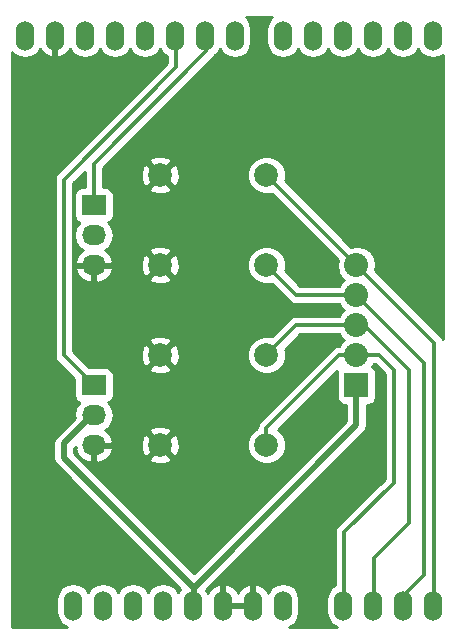
<source format=gtl>
%TF.GenerationSoftware,KiCad,Pcbnew,4.0.7-e2-6376~58~ubuntu16.04.1*%
%TF.CreationDate,2018-02-09T09:49:05-08:00*%
%TF.ProjectId,Arduino-Shield,41726475696E6F2D536869656C642E6B,v1.1*%
%TF.FileFunction,Copper,L1,Top,Signal*%
%FSLAX46Y46*%
G04 Gerber Fmt 4.6, Leading zero omitted, Abs format (unit mm)*
G04 Created by KiCad (PCBNEW 4.0.7-e2-6376~58~ubuntu16.04.1) date Fri Feb  9 09:49:05 2018*
%MOMM*%
%LPD*%
G01*
G04 APERTURE LIST*
%ADD10C,0.350000*%
%ADD11R,2.032000X1.727200*%
%ADD12O,2.032000X1.727200*%
%ADD13R,2.032000X2.032000*%
%ADD14O,2.032000X2.032000*%
%ADD15O,1.524000X2.540000*%
%ADD16C,1.998980*%
%ADD17C,0.508000*%
%ADD18C,0.330200*%
%ADD19C,0.254000*%
%ADD20C,0.350000*%
G04 APERTURE END LIST*
D10*
D11*
X30226000Y-79883000D03*
D12*
X30226000Y-82423000D03*
X30226000Y-84963000D03*
D11*
X30226000Y-64643000D03*
D12*
X30226000Y-67183000D03*
X30226000Y-69723000D03*
D13*
X52451000Y-79883000D03*
D14*
X52451000Y-77343000D03*
X52451000Y-74803000D03*
X52451000Y-72263000D03*
X52451000Y-69723000D03*
D15*
X58928000Y-98552000D03*
X51308000Y-98552000D03*
X53848000Y-98552000D03*
X56388000Y-98552000D03*
X46228000Y-98552000D03*
X43688000Y-98552000D03*
X41148000Y-98552000D03*
X36068000Y-98552000D03*
X33528000Y-98552000D03*
X58928000Y-50292000D03*
X56388000Y-50292000D03*
X53848000Y-50292000D03*
X51308000Y-50292000D03*
X48768000Y-50292000D03*
X46228000Y-50292000D03*
X42164000Y-50292000D03*
X39624000Y-50292000D03*
X37084000Y-50292000D03*
X34544000Y-50292000D03*
X32004000Y-50292000D03*
X29464000Y-50292000D03*
X26924000Y-50292000D03*
X24384000Y-50292000D03*
X38608000Y-98552000D03*
X30988000Y-98552000D03*
X28448000Y-98552000D03*
D16*
X44831000Y-62103000D03*
X35831000Y-62103000D03*
X44831000Y-84963000D03*
X35831000Y-84963000D03*
X44831000Y-77343000D03*
X35831000Y-77343000D03*
X44831000Y-69723000D03*
X35831000Y-69723000D03*
D17*
X52451000Y-79883000D02*
X52451000Y-83261200D01*
X52451000Y-83261200D02*
X38684200Y-97028000D01*
X27686000Y-86029800D02*
X27686000Y-84810600D01*
X27686000Y-84810600D02*
X30073600Y-82423000D01*
X30073600Y-82423000D02*
X30226000Y-82423000D01*
X38684200Y-98552000D02*
X38684200Y-97028000D01*
X38684200Y-97028000D02*
X27686000Y-86029800D01*
D18*
X52451000Y-77343000D02*
X54356000Y-77343000D01*
X54356000Y-77343000D02*
X55626000Y-78613000D01*
X55626000Y-78613000D02*
X55626000Y-88138000D01*
X55626000Y-88138000D02*
X51409600Y-92354400D01*
X51409600Y-92354400D02*
X51409600Y-98552000D01*
X52451000Y-77343000D02*
X51014160Y-77343000D01*
X51014160Y-77343000D02*
X44831000Y-83526160D01*
X44831000Y-83526160D02*
X44831000Y-84963000D01*
X53949600Y-94488000D02*
X53949600Y-97205800D01*
X52451000Y-74803000D02*
X53086000Y-74803000D01*
X53086000Y-74803000D02*
X56896000Y-78613000D01*
X56896000Y-78613000D02*
X56896000Y-91541600D01*
X56896000Y-91541600D02*
X53949600Y-94488000D01*
X53949600Y-97205800D02*
X53949600Y-98552000D01*
X52451000Y-74803000D02*
X47371000Y-74803000D01*
X47371000Y-74803000D02*
X44831000Y-77343000D01*
X56489600Y-97663000D02*
X56489600Y-98552000D01*
X52451000Y-72263000D02*
X58166000Y-77978000D01*
X58166000Y-77978000D02*
X58166000Y-95986600D01*
X58166000Y-95986600D02*
X56489600Y-97663000D01*
X52451000Y-72263000D02*
X47371000Y-72263000D01*
X47371000Y-72263000D02*
X44831000Y-69723000D01*
X52451000Y-69723000D02*
X59029600Y-76301600D01*
X59029600Y-76301600D02*
X59029600Y-98552000D01*
X44831000Y-62103000D02*
X52451000Y-69723000D01*
X39725600Y-50292000D02*
X39725600Y-51638200D01*
X30226000Y-61137800D02*
X30226000Y-64643000D01*
X39725600Y-51638200D02*
X30226000Y-61137800D01*
X27686000Y-66040000D02*
X27686000Y-77343000D01*
X37185600Y-50292000D02*
X37185600Y-52984400D01*
X37185600Y-52984400D02*
X27686000Y-62484000D01*
X27686000Y-62484000D02*
X27686000Y-66040000D01*
X27686000Y-77343000D02*
X30226000Y-79883000D01*
D19*
G36*
X54825900Y-78944412D02*
X54825900Y-87806588D01*
X50843844Y-91788644D01*
X50670404Y-92048215D01*
X50609500Y-92354400D01*
X50609500Y-96825528D01*
X50320172Y-97018851D01*
X50017340Y-97472070D01*
X49911000Y-98006679D01*
X49911000Y-99097321D01*
X50017340Y-99631930D01*
X50320172Y-100085149D01*
X50764440Y-100382000D01*
X46771560Y-100382000D01*
X47215828Y-100085149D01*
X47518660Y-99631930D01*
X47625000Y-99097321D01*
X47625000Y-98006679D01*
X47518660Y-97472070D01*
X47215828Y-97018851D01*
X46762609Y-96716019D01*
X46228000Y-96609679D01*
X45693391Y-96716019D01*
X45240172Y-97018851D01*
X44948670Y-97455113D01*
X44930059Y-97392059D01*
X44586026Y-96966370D01*
X44105277Y-96704740D01*
X44031070Y-96689780D01*
X43815000Y-96812280D01*
X43815000Y-98425000D01*
X43835000Y-98425000D01*
X43835000Y-98679000D01*
X43815000Y-98679000D01*
X43815000Y-98699000D01*
X43561000Y-98699000D01*
X43561000Y-98679000D01*
X41275000Y-98679000D01*
X41275000Y-98699000D01*
X41021000Y-98699000D01*
X41021000Y-98679000D01*
X41001000Y-98679000D01*
X41001000Y-98425000D01*
X41021000Y-98425000D01*
X41021000Y-96812280D01*
X41275000Y-96812280D01*
X41275000Y-98425000D01*
X43561000Y-98425000D01*
X43561000Y-96812280D01*
X43344930Y-96689780D01*
X43270723Y-96704740D01*
X42789974Y-96966370D01*
X42445941Y-97392059D01*
X42418000Y-97486723D01*
X42390059Y-97392059D01*
X42046026Y-96966370D01*
X41565277Y-96704740D01*
X41491070Y-96689780D01*
X41275000Y-96812280D01*
X41021000Y-96812280D01*
X40804930Y-96689780D01*
X40730723Y-96704740D01*
X40249974Y-96966370D01*
X39905941Y-97392059D01*
X39887330Y-97455113D01*
X39737924Y-97231512D01*
X53079618Y-83889818D01*
X53272329Y-83601406D01*
X53340000Y-83261200D01*
X53340000Y-81546440D01*
X53467000Y-81546440D01*
X53702317Y-81502162D01*
X53918441Y-81363090D01*
X54063431Y-81150890D01*
X54114440Y-80899000D01*
X54114440Y-78867000D01*
X54070162Y-78631683D01*
X53931090Y-78415559D01*
X53782163Y-78313802D01*
X53896222Y-78143100D01*
X54024588Y-78143100D01*
X54825900Y-78944412D01*
X54825900Y-78944412D01*
G37*
X54825900Y-78944412D02*
X54825900Y-87806588D01*
X50843844Y-91788644D01*
X50670404Y-92048215D01*
X50609500Y-92354400D01*
X50609500Y-96825528D01*
X50320172Y-97018851D01*
X50017340Y-97472070D01*
X49911000Y-98006679D01*
X49911000Y-99097321D01*
X50017340Y-99631930D01*
X50320172Y-100085149D01*
X50764440Y-100382000D01*
X46771560Y-100382000D01*
X47215828Y-100085149D01*
X47518660Y-99631930D01*
X47625000Y-99097321D01*
X47625000Y-98006679D01*
X47518660Y-97472070D01*
X47215828Y-97018851D01*
X46762609Y-96716019D01*
X46228000Y-96609679D01*
X45693391Y-96716019D01*
X45240172Y-97018851D01*
X44948670Y-97455113D01*
X44930059Y-97392059D01*
X44586026Y-96966370D01*
X44105277Y-96704740D01*
X44031070Y-96689780D01*
X43815000Y-96812280D01*
X43815000Y-98425000D01*
X43835000Y-98425000D01*
X43835000Y-98679000D01*
X43815000Y-98679000D01*
X43815000Y-98699000D01*
X43561000Y-98699000D01*
X43561000Y-98679000D01*
X41275000Y-98679000D01*
X41275000Y-98699000D01*
X41021000Y-98699000D01*
X41021000Y-98679000D01*
X41001000Y-98679000D01*
X41001000Y-98425000D01*
X41021000Y-98425000D01*
X41021000Y-96812280D01*
X41275000Y-96812280D01*
X41275000Y-98425000D01*
X43561000Y-98425000D01*
X43561000Y-96812280D01*
X43344930Y-96689780D01*
X43270723Y-96704740D01*
X42789974Y-96966370D01*
X42445941Y-97392059D01*
X42418000Y-97486723D01*
X42390059Y-97392059D01*
X42046026Y-96966370D01*
X41565277Y-96704740D01*
X41491070Y-96689780D01*
X41275000Y-96812280D01*
X41021000Y-96812280D01*
X40804930Y-96689780D01*
X40730723Y-96704740D01*
X40249974Y-96966370D01*
X39905941Y-97392059D01*
X39887330Y-97455113D01*
X39737924Y-97231512D01*
X53079618Y-83889818D01*
X53272329Y-83601406D01*
X53340000Y-83261200D01*
X53340000Y-81546440D01*
X53467000Y-81546440D01*
X53702317Y-81502162D01*
X53918441Y-81363090D01*
X54063431Y-81150890D01*
X54114440Y-80899000D01*
X54114440Y-78867000D01*
X54070162Y-78631683D01*
X53931090Y-78415559D01*
X53782163Y-78313802D01*
X53896222Y-78143100D01*
X54024588Y-78143100D01*
X54825900Y-78944412D01*
G36*
X27051000Y-50165000D02*
X27071000Y-50165000D01*
X27071000Y-50419000D01*
X27051000Y-50419000D01*
X27051000Y-52031720D01*
X27267070Y-52154220D01*
X27341277Y-52139260D01*
X27822026Y-51877630D01*
X28166059Y-51451941D01*
X28184670Y-51388887D01*
X28476172Y-51825149D01*
X28929391Y-52127981D01*
X29464000Y-52234321D01*
X29998609Y-52127981D01*
X30451828Y-51825149D01*
X30734000Y-51402850D01*
X31016172Y-51825149D01*
X31469391Y-52127981D01*
X32004000Y-52234321D01*
X32538609Y-52127981D01*
X32991828Y-51825149D01*
X33274000Y-51402850D01*
X33556172Y-51825149D01*
X34009391Y-52127981D01*
X34544000Y-52234321D01*
X35078609Y-52127981D01*
X35531828Y-51825149D01*
X35814000Y-51402850D01*
X36096172Y-51825149D01*
X36385500Y-52018472D01*
X36385500Y-52652988D01*
X27120244Y-61918244D01*
X26946804Y-62177815D01*
X26885900Y-62484000D01*
X26885900Y-77343000D01*
X26946804Y-77649185D01*
X27120244Y-77908756D01*
X28562560Y-79351072D01*
X28562560Y-80746600D01*
X28606838Y-80981917D01*
X28745910Y-81198041D01*
X28958110Y-81343031D01*
X28999439Y-81351400D01*
X28981585Y-81363330D01*
X28656729Y-81849511D01*
X28542655Y-82423000D01*
X28588066Y-82651298D01*
X27057382Y-84181982D01*
X26864671Y-84470394D01*
X26797000Y-84810600D01*
X26797000Y-86029800D01*
X26864671Y-86370006D01*
X27016861Y-86597774D01*
X27057382Y-86658418D01*
X37539119Y-97140155D01*
X37338000Y-97441150D01*
X37055828Y-97018851D01*
X36602609Y-96716019D01*
X36068000Y-96609679D01*
X35533391Y-96716019D01*
X35080172Y-97018851D01*
X34798000Y-97441150D01*
X34515828Y-97018851D01*
X34062609Y-96716019D01*
X33528000Y-96609679D01*
X32993391Y-96716019D01*
X32540172Y-97018851D01*
X32258000Y-97441150D01*
X31975828Y-97018851D01*
X31522609Y-96716019D01*
X30988000Y-96609679D01*
X30453391Y-96716019D01*
X30000172Y-97018851D01*
X29718000Y-97441150D01*
X29435828Y-97018851D01*
X28982609Y-96716019D01*
X28448000Y-96609679D01*
X27913391Y-96716019D01*
X27460172Y-97018851D01*
X27157340Y-97472070D01*
X27051000Y-98006679D01*
X27051000Y-99097321D01*
X27157340Y-99631930D01*
X27460172Y-100085149D01*
X27904440Y-100382000D01*
X23316000Y-100382000D01*
X23316000Y-51705163D01*
X23396172Y-51825149D01*
X23849391Y-52127981D01*
X24384000Y-52234321D01*
X24918609Y-52127981D01*
X25371828Y-51825149D01*
X25663330Y-51388887D01*
X25681941Y-51451941D01*
X26025974Y-51877630D01*
X26506723Y-52139260D01*
X26580930Y-52154220D01*
X26797000Y-52031720D01*
X26797000Y-50419000D01*
X26777000Y-50419000D01*
X26777000Y-50165000D01*
X26797000Y-50165000D01*
X26797000Y-50145000D01*
X27051000Y-50145000D01*
X27051000Y-50165000D01*
X27051000Y-50165000D01*
G37*
X27051000Y-50165000D02*
X27071000Y-50165000D01*
X27071000Y-50419000D01*
X27051000Y-50419000D01*
X27051000Y-52031720D01*
X27267070Y-52154220D01*
X27341277Y-52139260D01*
X27822026Y-51877630D01*
X28166059Y-51451941D01*
X28184670Y-51388887D01*
X28476172Y-51825149D01*
X28929391Y-52127981D01*
X29464000Y-52234321D01*
X29998609Y-52127981D01*
X30451828Y-51825149D01*
X30734000Y-51402850D01*
X31016172Y-51825149D01*
X31469391Y-52127981D01*
X32004000Y-52234321D01*
X32538609Y-52127981D01*
X32991828Y-51825149D01*
X33274000Y-51402850D01*
X33556172Y-51825149D01*
X34009391Y-52127981D01*
X34544000Y-52234321D01*
X35078609Y-52127981D01*
X35531828Y-51825149D01*
X35814000Y-51402850D01*
X36096172Y-51825149D01*
X36385500Y-52018472D01*
X36385500Y-52652988D01*
X27120244Y-61918244D01*
X26946804Y-62177815D01*
X26885900Y-62484000D01*
X26885900Y-77343000D01*
X26946804Y-77649185D01*
X27120244Y-77908756D01*
X28562560Y-79351072D01*
X28562560Y-80746600D01*
X28606838Y-80981917D01*
X28745910Y-81198041D01*
X28958110Y-81343031D01*
X28999439Y-81351400D01*
X28981585Y-81363330D01*
X28656729Y-81849511D01*
X28542655Y-82423000D01*
X28588066Y-82651298D01*
X27057382Y-84181982D01*
X26864671Y-84470394D01*
X26797000Y-84810600D01*
X26797000Y-86029800D01*
X26864671Y-86370006D01*
X27016861Y-86597774D01*
X27057382Y-86658418D01*
X37539119Y-97140155D01*
X37338000Y-97441150D01*
X37055828Y-97018851D01*
X36602609Y-96716019D01*
X36068000Y-96609679D01*
X35533391Y-96716019D01*
X35080172Y-97018851D01*
X34798000Y-97441150D01*
X34515828Y-97018851D01*
X34062609Y-96716019D01*
X33528000Y-96609679D01*
X32993391Y-96716019D01*
X32540172Y-97018851D01*
X32258000Y-97441150D01*
X31975828Y-97018851D01*
X31522609Y-96716019D01*
X30988000Y-96609679D01*
X30453391Y-96716019D01*
X30000172Y-97018851D01*
X29718000Y-97441150D01*
X29435828Y-97018851D01*
X28982609Y-96716019D01*
X28448000Y-96609679D01*
X27913391Y-96716019D01*
X27460172Y-97018851D01*
X27157340Y-97472070D01*
X27051000Y-98006679D01*
X27051000Y-99097321D01*
X27157340Y-99631930D01*
X27460172Y-100085149D01*
X27904440Y-100382000D01*
X23316000Y-100382000D01*
X23316000Y-51705163D01*
X23396172Y-51825149D01*
X23849391Y-52127981D01*
X24384000Y-52234321D01*
X24918609Y-52127981D01*
X25371828Y-51825149D01*
X25663330Y-51388887D01*
X25681941Y-51451941D01*
X26025974Y-51877630D01*
X26506723Y-52139260D01*
X26580930Y-52154220D01*
X26797000Y-52031720D01*
X26797000Y-50419000D01*
X26777000Y-50419000D01*
X26777000Y-50165000D01*
X26797000Y-50165000D01*
X26797000Y-50145000D01*
X27051000Y-50145000D01*
X27051000Y-50165000D01*
G36*
X45240172Y-48758851D02*
X44937340Y-49212070D01*
X44831000Y-49746679D01*
X44831000Y-50837321D01*
X44937340Y-51371930D01*
X45240172Y-51825149D01*
X45693391Y-52127981D01*
X46228000Y-52234321D01*
X46762609Y-52127981D01*
X47215828Y-51825149D01*
X47498000Y-51402850D01*
X47780172Y-51825149D01*
X48233391Y-52127981D01*
X48768000Y-52234321D01*
X49302609Y-52127981D01*
X49755828Y-51825149D01*
X50038000Y-51402850D01*
X50320172Y-51825149D01*
X50773391Y-52127981D01*
X51308000Y-52234321D01*
X51842609Y-52127981D01*
X52295828Y-51825149D01*
X52578000Y-51402850D01*
X52860172Y-51825149D01*
X53313391Y-52127981D01*
X53848000Y-52234321D01*
X54382609Y-52127981D01*
X54835828Y-51825149D01*
X55118000Y-51402850D01*
X55400172Y-51825149D01*
X55853391Y-52127981D01*
X56388000Y-52234321D01*
X56922609Y-52127981D01*
X57375828Y-51825149D01*
X57658000Y-51402850D01*
X57940172Y-51825149D01*
X58393391Y-52127981D01*
X58928000Y-52234321D01*
X59462609Y-52127981D01*
X59742000Y-51941297D01*
X59742000Y-75955312D01*
X59595356Y-75735844D01*
X54042790Y-70183278D01*
X54134345Y-69723000D01*
X54008670Y-69091190D01*
X53650778Y-68555567D01*
X53115155Y-68197675D01*
X52483345Y-68072000D01*
X52418655Y-68072000D01*
X52012334Y-68152822D01*
X46413524Y-62554012D01*
X46465206Y-62429547D01*
X46465774Y-61779306D01*
X46217462Y-61178345D01*
X45758073Y-60718154D01*
X45157547Y-60468794D01*
X44507306Y-60468226D01*
X43906345Y-60716538D01*
X43446154Y-61175927D01*
X43196794Y-61776453D01*
X43196226Y-62426694D01*
X43444538Y-63027655D01*
X43903927Y-63487846D01*
X44504453Y-63737206D01*
X45154694Y-63737774D01*
X45281760Y-63685272D01*
X50859210Y-69262722D01*
X50767655Y-69723000D01*
X50893330Y-70354810D01*
X51251222Y-70890433D01*
X51404724Y-70993000D01*
X51251222Y-71095567D01*
X51005778Y-71462900D01*
X47702412Y-71462900D01*
X46413524Y-70174012D01*
X46465206Y-70049547D01*
X46465774Y-69399306D01*
X46217462Y-68798345D01*
X45758073Y-68338154D01*
X45157547Y-68088794D01*
X44507306Y-68088226D01*
X43906345Y-68336538D01*
X43446154Y-68795927D01*
X43196794Y-69396453D01*
X43196226Y-70046694D01*
X43444538Y-70647655D01*
X43903927Y-71107846D01*
X44504453Y-71357206D01*
X45154694Y-71357774D01*
X45281760Y-71305272D01*
X46805244Y-72828756D01*
X47064815Y-73002196D01*
X47371000Y-73063100D01*
X51005778Y-73063100D01*
X51251222Y-73430433D01*
X51404724Y-73533000D01*
X51251222Y-73635567D01*
X51005778Y-74002900D01*
X47371000Y-74002900D01*
X47064815Y-74063804D01*
X46805244Y-74237244D01*
X45282012Y-75760476D01*
X45157547Y-75708794D01*
X44507306Y-75708226D01*
X43906345Y-75956538D01*
X43446154Y-76415927D01*
X43196794Y-77016453D01*
X43196226Y-77666694D01*
X43444538Y-78267655D01*
X43903927Y-78727846D01*
X44504453Y-78977206D01*
X45154694Y-78977774D01*
X45755655Y-78729462D01*
X46215846Y-78270073D01*
X46465206Y-77669547D01*
X46465774Y-77019306D01*
X46413272Y-76892240D01*
X47702412Y-75603100D01*
X51005778Y-75603100D01*
X51251222Y-75970433D01*
X51404724Y-76073000D01*
X51251222Y-76175567D01*
X51004493Y-76544823D01*
X50707975Y-76603804D01*
X50448404Y-76777244D01*
X44265244Y-82960404D01*
X44091804Y-83219975D01*
X44031136Y-83524976D01*
X43906345Y-83576538D01*
X43446154Y-84035927D01*
X43196794Y-84636453D01*
X43196226Y-85286694D01*
X43444538Y-85887655D01*
X43903927Y-86347846D01*
X44504453Y-86597206D01*
X45154694Y-86597774D01*
X45755655Y-86349462D01*
X46215846Y-85890073D01*
X46465206Y-85289547D01*
X46465774Y-84639306D01*
X46217462Y-84038345D01*
X45834229Y-83654443D01*
X50829683Y-78658989D01*
X50787560Y-78867000D01*
X50787560Y-80899000D01*
X50831838Y-81134317D01*
X50970910Y-81350441D01*
X51183110Y-81495431D01*
X51435000Y-81546440D01*
X51562000Y-81546440D01*
X51562000Y-82892964D01*
X38684200Y-95770764D01*
X28575000Y-85661564D01*
X28575000Y-85178836D01*
X28663834Y-85090002D01*
X28739782Y-85090002D01*
X28618642Y-85322026D01*
X28621291Y-85337791D01*
X28875268Y-85865036D01*
X29311680Y-86254954D01*
X29864087Y-86448184D01*
X30099000Y-86303924D01*
X30099000Y-85090000D01*
X30353000Y-85090000D01*
X30353000Y-86303924D01*
X30587913Y-86448184D01*
X31140320Y-86254954D01*
X31296779Y-86115163D01*
X34858443Y-86115163D01*
X34957042Y-86381965D01*
X35566582Y-86608401D01*
X36216377Y-86584341D01*
X36704958Y-86381965D01*
X36803557Y-86115163D01*
X35831000Y-85142605D01*
X34858443Y-86115163D01*
X31296779Y-86115163D01*
X31576732Y-85865036D01*
X31830709Y-85337791D01*
X31833358Y-85322026D01*
X31712217Y-85090000D01*
X30353000Y-85090000D01*
X30099000Y-85090000D01*
X30079000Y-85090000D01*
X30079000Y-84836000D01*
X30099000Y-84836000D01*
X30099000Y-84816000D01*
X30353000Y-84816000D01*
X30353000Y-84836000D01*
X31712217Y-84836000D01*
X31783963Y-84698582D01*
X34185599Y-84698582D01*
X34209659Y-85348377D01*
X34412035Y-85836958D01*
X34678837Y-85935557D01*
X35651395Y-84963000D01*
X36010605Y-84963000D01*
X36983163Y-85935557D01*
X37249965Y-85836958D01*
X37476401Y-85227418D01*
X37452341Y-84577623D01*
X37249965Y-84089042D01*
X36983163Y-83990443D01*
X36010605Y-84963000D01*
X35651395Y-84963000D01*
X34678837Y-83990443D01*
X34412035Y-84089042D01*
X34185599Y-84698582D01*
X31783963Y-84698582D01*
X31833358Y-84603974D01*
X31830709Y-84588209D01*
X31576732Y-84060964D01*
X31296780Y-83810837D01*
X34858443Y-83810837D01*
X35831000Y-84783395D01*
X36803557Y-83810837D01*
X36704958Y-83544035D01*
X36095418Y-83317599D01*
X35445623Y-83341659D01*
X34957042Y-83544035D01*
X34858443Y-83810837D01*
X31296780Y-83810837D01*
X31160931Y-83689461D01*
X31470415Y-83482670D01*
X31795271Y-82996489D01*
X31909345Y-82423000D01*
X31795271Y-81849511D01*
X31470415Y-81363330D01*
X31456087Y-81353757D01*
X31477317Y-81349762D01*
X31693441Y-81210690D01*
X31838431Y-80998490D01*
X31889440Y-80746600D01*
X31889440Y-79019400D01*
X31845162Y-78784083D01*
X31706090Y-78567959D01*
X31599550Y-78495163D01*
X34858443Y-78495163D01*
X34957042Y-78761965D01*
X35566582Y-78988401D01*
X36216377Y-78964341D01*
X36704958Y-78761965D01*
X36803557Y-78495163D01*
X35831000Y-77522605D01*
X34858443Y-78495163D01*
X31599550Y-78495163D01*
X31493890Y-78422969D01*
X31242000Y-78371960D01*
X29846472Y-78371960D01*
X28553094Y-77078582D01*
X34185599Y-77078582D01*
X34209659Y-77728377D01*
X34412035Y-78216958D01*
X34678837Y-78315557D01*
X35651395Y-77343000D01*
X36010605Y-77343000D01*
X36983163Y-78315557D01*
X37249965Y-78216958D01*
X37476401Y-77607418D01*
X37452341Y-76957623D01*
X37249965Y-76469042D01*
X36983163Y-76370443D01*
X36010605Y-77343000D01*
X35651395Y-77343000D01*
X34678837Y-76370443D01*
X34412035Y-76469042D01*
X34185599Y-77078582D01*
X28553094Y-77078582D01*
X28486100Y-77011588D01*
X28486100Y-76190837D01*
X34858443Y-76190837D01*
X35831000Y-77163395D01*
X36803557Y-76190837D01*
X36704958Y-75924035D01*
X36095418Y-75697599D01*
X35445623Y-75721659D01*
X34957042Y-75924035D01*
X34858443Y-76190837D01*
X28486100Y-76190837D01*
X28486100Y-70082026D01*
X28618642Y-70082026D01*
X28621291Y-70097791D01*
X28875268Y-70625036D01*
X29311680Y-71014954D01*
X29864087Y-71208184D01*
X30099000Y-71063924D01*
X30099000Y-69850000D01*
X30353000Y-69850000D01*
X30353000Y-71063924D01*
X30587913Y-71208184D01*
X31140320Y-71014954D01*
X31296779Y-70875163D01*
X34858443Y-70875163D01*
X34957042Y-71141965D01*
X35566582Y-71368401D01*
X36216377Y-71344341D01*
X36704958Y-71141965D01*
X36803557Y-70875163D01*
X35831000Y-69902605D01*
X34858443Y-70875163D01*
X31296779Y-70875163D01*
X31576732Y-70625036D01*
X31830709Y-70097791D01*
X31833358Y-70082026D01*
X31712217Y-69850000D01*
X30353000Y-69850000D01*
X30099000Y-69850000D01*
X28739783Y-69850000D01*
X28618642Y-70082026D01*
X28486100Y-70082026D01*
X28486100Y-62815412D01*
X29425900Y-61875612D01*
X29425900Y-63131960D01*
X29210000Y-63131960D01*
X28974683Y-63176238D01*
X28758559Y-63315310D01*
X28613569Y-63527510D01*
X28562560Y-63779400D01*
X28562560Y-65506600D01*
X28606838Y-65741917D01*
X28745910Y-65958041D01*
X28958110Y-66103031D01*
X28999439Y-66111400D01*
X28981585Y-66123330D01*
X28656729Y-66609511D01*
X28542655Y-67183000D01*
X28656729Y-67756489D01*
X28981585Y-68242670D01*
X29291069Y-68449461D01*
X28875268Y-68820964D01*
X28621291Y-69348209D01*
X28618642Y-69363974D01*
X28739783Y-69596000D01*
X30099000Y-69596000D01*
X30099000Y-69576000D01*
X30353000Y-69576000D01*
X30353000Y-69596000D01*
X31712217Y-69596000D01*
X31783963Y-69458582D01*
X34185599Y-69458582D01*
X34209659Y-70108377D01*
X34412035Y-70596958D01*
X34678837Y-70695557D01*
X35651395Y-69723000D01*
X36010605Y-69723000D01*
X36983163Y-70695557D01*
X37249965Y-70596958D01*
X37476401Y-69987418D01*
X37452341Y-69337623D01*
X37249965Y-68849042D01*
X36983163Y-68750443D01*
X36010605Y-69723000D01*
X35651395Y-69723000D01*
X34678837Y-68750443D01*
X34412035Y-68849042D01*
X34185599Y-69458582D01*
X31783963Y-69458582D01*
X31833358Y-69363974D01*
X31830709Y-69348209D01*
X31576732Y-68820964D01*
X31296780Y-68570837D01*
X34858443Y-68570837D01*
X35831000Y-69543395D01*
X36803557Y-68570837D01*
X36704958Y-68304035D01*
X36095418Y-68077599D01*
X35445623Y-68101659D01*
X34957042Y-68304035D01*
X34858443Y-68570837D01*
X31296780Y-68570837D01*
X31160931Y-68449461D01*
X31470415Y-68242670D01*
X31795271Y-67756489D01*
X31909345Y-67183000D01*
X31795271Y-66609511D01*
X31470415Y-66123330D01*
X31456087Y-66113757D01*
X31477317Y-66109762D01*
X31693441Y-65970690D01*
X31838431Y-65758490D01*
X31889440Y-65506600D01*
X31889440Y-63779400D01*
X31845162Y-63544083D01*
X31706090Y-63327959D01*
X31599550Y-63255163D01*
X34858443Y-63255163D01*
X34957042Y-63521965D01*
X35566582Y-63748401D01*
X36216377Y-63724341D01*
X36704958Y-63521965D01*
X36803557Y-63255163D01*
X35831000Y-62282605D01*
X34858443Y-63255163D01*
X31599550Y-63255163D01*
X31493890Y-63182969D01*
X31242000Y-63131960D01*
X31026100Y-63131960D01*
X31026100Y-61838582D01*
X34185599Y-61838582D01*
X34209659Y-62488377D01*
X34412035Y-62976958D01*
X34678837Y-63075557D01*
X35651395Y-62103000D01*
X36010605Y-62103000D01*
X36983163Y-63075557D01*
X37249965Y-62976958D01*
X37476401Y-62367418D01*
X37452341Y-61717623D01*
X37249965Y-61229042D01*
X36983163Y-61130443D01*
X36010605Y-62103000D01*
X35651395Y-62103000D01*
X34678837Y-61130443D01*
X34412035Y-61229042D01*
X34185599Y-61838582D01*
X31026100Y-61838582D01*
X31026100Y-61469212D01*
X31544475Y-60950837D01*
X34858443Y-60950837D01*
X35831000Y-61923395D01*
X36803557Y-60950837D01*
X36704958Y-60684035D01*
X36095418Y-60457599D01*
X35445623Y-60481659D01*
X34957042Y-60684035D01*
X34858443Y-60950837D01*
X31544475Y-60950837D01*
X40291356Y-52203956D01*
X40464796Y-51944385D01*
X40469612Y-51920175D01*
X40611828Y-51825149D01*
X40894000Y-51402850D01*
X41176172Y-51825149D01*
X41629391Y-52127981D01*
X42164000Y-52234321D01*
X42698609Y-52127981D01*
X43151828Y-51825149D01*
X43454660Y-51371930D01*
X43561000Y-50837321D01*
X43561000Y-49746679D01*
X43454660Y-49212070D01*
X43151828Y-48758851D01*
X43087697Y-48716000D01*
X45304303Y-48716000D01*
X45240172Y-48758851D01*
X45240172Y-48758851D01*
G37*
X45240172Y-48758851D02*
X44937340Y-49212070D01*
X44831000Y-49746679D01*
X44831000Y-50837321D01*
X44937340Y-51371930D01*
X45240172Y-51825149D01*
X45693391Y-52127981D01*
X46228000Y-52234321D01*
X46762609Y-52127981D01*
X47215828Y-51825149D01*
X47498000Y-51402850D01*
X47780172Y-51825149D01*
X48233391Y-52127981D01*
X48768000Y-52234321D01*
X49302609Y-52127981D01*
X49755828Y-51825149D01*
X50038000Y-51402850D01*
X50320172Y-51825149D01*
X50773391Y-52127981D01*
X51308000Y-52234321D01*
X51842609Y-52127981D01*
X52295828Y-51825149D01*
X52578000Y-51402850D01*
X52860172Y-51825149D01*
X53313391Y-52127981D01*
X53848000Y-52234321D01*
X54382609Y-52127981D01*
X54835828Y-51825149D01*
X55118000Y-51402850D01*
X55400172Y-51825149D01*
X55853391Y-52127981D01*
X56388000Y-52234321D01*
X56922609Y-52127981D01*
X57375828Y-51825149D01*
X57658000Y-51402850D01*
X57940172Y-51825149D01*
X58393391Y-52127981D01*
X58928000Y-52234321D01*
X59462609Y-52127981D01*
X59742000Y-51941297D01*
X59742000Y-75955312D01*
X59595356Y-75735844D01*
X54042790Y-70183278D01*
X54134345Y-69723000D01*
X54008670Y-69091190D01*
X53650778Y-68555567D01*
X53115155Y-68197675D01*
X52483345Y-68072000D01*
X52418655Y-68072000D01*
X52012334Y-68152822D01*
X46413524Y-62554012D01*
X46465206Y-62429547D01*
X46465774Y-61779306D01*
X46217462Y-61178345D01*
X45758073Y-60718154D01*
X45157547Y-60468794D01*
X44507306Y-60468226D01*
X43906345Y-60716538D01*
X43446154Y-61175927D01*
X43196794Y-61776453D01*
X43196226Y-62426694D01*
X43444538Y-63027655D01*
X43903927Y-63487846D01*
X44504453Y-63737206D01*
X45154694Y-63737774D01*
X45281760Y-63685272D01*
X50859210Y-69262722D01*
X50767655Y-69723000D01*
X50893330Y-70354810D01*
X51251222Y-70890433D01*
X51404724Y-70993000D01*
X51251222Y-71095567D01*
X51005778Y-71462900D01*
X47702412Y-71462900D01*
X46413524Y-70174012D01*
X46465206Y-70049547D01*
X46465774Y-69399306D01*
X46217462Y-68798345D01*
X45758073Y-68338154D01*
X45157547Y-68088794D01*
X44507306Y-68088226D01*
X43906345Y-68336538D01*
X43446154Y-68795927D01*
X43196794Y-69396453D01*
X43196226Y-70046694D01*
X43444538Y-70647655D01*
X43903927Y-71107846D01*
X44504453Y-71357206D01*
X45154694Y-71357774D01*
X45281760Y-71305272D01*
X46805244Y-72828756D01*
X47064815Y-73002196D01*
X47371000Y-73063100D01*
X51005778Y-73063100D01*
X51251222Y-73430433D01*
X51404724Y-73533000D01*
X51251222Y-73635567D01*
X51005778Y-74002900D01*
X47371000Y-74002900D01*
X47064815Y-74063804D01*
X46805244Y-74237244D01*
X45282012Y-75760476D01*
X45157547Y-75708794D01*
X44507306Y-75708226D01*
X43906345Y-75956538D01*
X43446154Y-76415927D01*
X43196794Y-77016453D01*
X43196226Y-77666694D01*
X43444538Y-78267655D01*
X43903927Y-78727846D01*
X44504453Y-78977206D01*
X45154694Y-78977774D01*
X45755655Y-78729462D01*
X46215846Y-78270073D01*
X46465206Y-77669547D01*
X46465774Y-77019306D01*
X46413272Y-76892240D01*
X47702412Y-75603100D01*
X51005778Y-75603100D01*
X51251222Y-75970433D01*
X51404724Y-76073000D01*
X51251222Y-76175567D01*
X51004493Y-76544823D01*
X50707975Y-76603804D01*
X50448404Y-76777244D01*
X44265244Y-82960404D01*
X44091804Y-83219975D01*
X44031136Y-83524976D01*
X43906345Y-83576538D01*
X43446154Y-84035927D01*
X43196794Y-84636453D01*
X43196226Y-85286694D01*
X43444538Y-85887655D01*
X43903927Y-86347846D01*
X44504453Y-86597206D01*
X45154694Y-86597774D01*
X45755655Y-86349462D01*
X46215846Y-85890073D01*
X46465206Y-85289547D01*
X46465774Y-84639306D01*
X46217462Y-84038345D01*
X45834229Y-83654443D01*
X50829683Y-78658989D01*
X50787560Y-78867000D01*
X50787560Y-80899000D01*
X50831838Y-81134317D01*
X50970910Y-81350441D01*
X51183110Y-81495431D01*
X51435000Y-81546440D01*
X51562000Y-81546440D01*
X51562000Y-82892964D01*
X38684200Y-95770764D01*
X28575000Y-85661564D01*
X28575000Y-85178836D01*
X28663834Y-85090002D01*
X28739782Y-85090002D01*
X28618642Y-85322026D01*
X28621291Y-85337791D01*
X28875268Y-85865036D01*
X29311680Y-86254954D01*
X29864087Y-86448184D01*
X30099000Y-86303924D01*
X30099000Y-85090000D01*
X30353000Y-85090000D01*
X30353000Y-86303924D01*
X30587913Y-86448184D01*
X31140320Y-86254954D01*
X31296779Y-86115163D01*
X34858443Y-86115163D01*
X34957042Y-86381965D01*
X35566582Y-86608401D01*
X36216377Y-86584341D01*
X36704958Y-86381965D01*
X36803557Y-86115163D01*
X35831000Y-85142605D01*
X34858443Y-86115163D01*
X31296779Y-86115163D01*
X31576732Y-85865036D01*
X31830709Y-85337791D01*
X31833358Y-85322026D01*
X31712217Y-85090000D01*
X30353000Y-85090000D01*
X30099000Y-85090000D01*
X30079000Y-85090000D01*
X30079000Y-84836000D01*
X30099000Y-84836000D01*
X30099000Y-84816000D01*
X30353000Y-84816000D01*
X30353000Y-84836000D01*
X31712217Y-84836000D01*
X31783963Y-84698582D01*
X34185599Y-84698582D01*
X34209659Y-85348377D01*
X34412035Y-85836958D01*
X34678837Y-85935557D01*
X35651395Y-84963000D01*
X36010605Y-84963000D01*
X36983163Y-85935557D01*
X37249965Y-85836958D01*
X37476401Y-85227418D01*
X37452341Y-84577623D01*
X37249965Y-84089042D01*
X36983163Y-83990443D01*
X36010605Y-84963000D01*
X35651395Y-84963000D01*
X34678837Y-83990443D01*
X34412035Y-84089042D01*
X34185599Y-84698582D01*
X31783963Y-84698582D01*
X31833358Y-84603974D01*
X31830709Y-84588209D01*
X31576732Y-84060964D01*
X31296780Y-83810837D01*
X34858443Y-83810837D01*
X35831000Y-84783395D01*
X36803557Y-83810837D01*
X36704958Y-83544035D01*
X36095418Y-83317599D01*
X35445623Y-83341659D01*
X34957042Y-83544035D01*
X34858443Y-83810837D01*
X31296780Y-83810837D01*
X31160931Y-83689461D01*
X31470415Y-83482670D01*
X31795271Y-82996489D01*
X31909345Y-82423000D01*
X31795271Y-81849511D01*
X31470415Y-81363330D01*
X31456087Y-81353757D01*
X31477317Y-81349762D01*
X31693441Y-81210690D01*
X31838431Y-80998490D01*
X31889440Y-80746600D01*
X31889440Y-79019400D01*
X31845162Y-78784083D01*
X31706090Y-78567959D01*
X31599550Y-78495163D01*
X34858443Y-78495163D01*
X34957042Y-78761965D01*
X35566582Y-78988401D01*
X36216377Y-78964341D01*
X36704958Y-78761965D01*
X36803557Y-78495163D01*
X35831000Y-77522605D01*
X34858443Y-78495163D01*
X31599550Y-78495163D01*
X31493890Y-78422969D01*
X31242000Y-78371960D01*
X29846472Y-78371960D01*
X28553094Y-77078582D01*
X34185599Y-77078582D01*
X34209659Y-77728377D01*
X34412035Y-78216958D01*
X34678837Y-78315557D01*
X35651395Y-77343000D01*
X36010605Y-77343000D01*
X36983163Y-78315557D01*
X37249965Y-78216958D01*
X37476401Y-77607418D01*
X37452341Y-76957623D01*
X37249965Y-76469042D01*
X36983163Y-76370443D01*
X36010605Y-77343000D01*
X35651395Y-77343000D01*
X34678837Y-76370443D01*
X34412035Y-76469042D01*
X34185599Y-77078582D01*
X28553094Y-77078582D01*
X28486100Y-77011588D01*
X28486100Y-76190837D01*
X34858443Y-76190837D01*
X35831000Y-77163395D01*
X36803557Y-76190837D01*
X36704958Y-75924035D01*
X36095418Y-75697599D01*
X35445623Y-75721659D01*
X34957042Y-75924035D01*
X34858443Y-76190837D01*
X28486100Y-76190837D01*
X28486100Y-70082026D01*
X28618642Y-70082026D01*
X28621291Y-70097791D01*
X28875268Y-70625036D01*
X29311680Y-71014954D01*
X29864087Y-71208184D01*
X30099000Y-71063924D01*
X30099000Y-69850000D01*
X30353000Y-69850000D01*
X30353000Y-71063924D01*
X30587913Y-71208184D01*
X31140320Y-71014954D01*
X31296779Y-70875163D01*
X34858443Y-70875163D01*
X34957042Y-71141965D01*
X35566582Y-71368401D01*
X36216377Y-71344341D01*
X36704958Y-71141965D01*
X36803557Y-70875163D01*
X35831000Y-69902605D01*
X34858443Y-70875163D01*
X31296779Y-70875163D01*
X31576732Y-70625036D01*
X31830709Y-70097791D01*
X31833358Y-70082026D01*
X31712217Y-69850000D01*
X30353000Y-69850000D01*
X30099000Y-69850000D01*
X28739783Y-69850000D01*
X28618642Y-70082026D01*
X28486100Y-70082026D01*
X28486100Y-62815412D01*
X29425900Y-61875612D01*
X29425900Y-63131960D01*
X29210000Y-63131960D01*
X28974683Y-63176238D01*
X28758559Y-63315310D01*
X28613569Y-63527510D01*
X28562560Y-63779400D01*
X28562560Y-65506600D01*
X28606838Y-65741917D01*
X28745910Y-65958041D01*
X28958110Y-66103031D01*
X28999439Y-66111400D01*
X28981585Y-66123330D01*
X28656729Y-66609511D01*
X28542655Y-67183000D01*
X28656729Y-67756489D01*
X28981585Y-68242670D01*
X29291069Y-68449461D01*
X28875268Y-68820964D01*
X28621291Y-69348209D01*
X28618642Y-69363974D01*
X28739783Y-69596000D01*
X30099000Y-69596000D01*
X30099000Y-69576000D01*
X30353000Y-69576000D01*
X30353000Y-69596000D01*
X31712217Y-69596000D01*
X31783963Y-69458582D01*
X34185599Y-69458582D01*
X34209659Y-70108377D01*
X34412035Y-70596958D01*
X34678837Y-70695557D01*
X35651395Y-69723000D01*
X36010605Y-69723000D01*
X36983163Y-70695557D01*
X37249965Y-70596958D01*
X37476401Y-69987418D01*
X37452341Y-69337623D01*
X37249965Y-68849042D01*
X36983163Y-68750443D01*
X36010605Y-69723000D01*
X35651395Y-69723000D01*
X34678837Y-68750443D01*
X34412035Y-68849042D01*
X34185599Y-69458582D01*
X31783963Y-69458582D01*
X31833358Y-69363974D01*
X31830709Y-69348209D01*
X31576732Y-68820964D01*
X31296780Y-68570837D01*
X34858443Y-68570837D01*
X35831000Y-69543395D01*
X36803557Y-68570837D01*
X36704958Y-68304035D01*
X36095418Y-68077599D01*
X35445623Y-68101659D01*
X34957042Y-68304035D01*
X34858443Y-68570837D01*
X31296780Y-68570837D01*
X31160931Y-68449461D01*
X31470415Y-68242670D01*
X31795271Y-67756489D01*
X31909345Y-67183000D01*
X31795271Y-66609511D01*
X31470415Y-66123330D01*
X31456087Y-66113757D01*
X31477317Y-66109762D01*
X31693441Y-65970690D01*
X31838431Y-65758490D01*
X31889440Y-65506600D01*
X31889440Y-63779400D01*
X31845162Y-63544083D01*
X31706090Y-63327959D01*
X31599550Y-63255163D01*
X34858443Y-63255163D01*
X34957042Y-63521965D01*
X35566582Y-63748401D01*
X36216377Y-63724341D01*
X36704958Y-63521965D01*
X36803557Y-63255163D01*
X35831000Y-62282605D01*
X34858443Y-63255163D01*
X31599550Y-63255163D01*
X31493890Y-63182969D01*
X31242000Y-63131960D01*
X31026100Y-63131960D01*
X31026100Y-61838582D01*
X34185599Y-61838582D01*
X34209659Y-62488377D01*
X34412035Y-62976958D01*
X34678837Y-63075557D01*
X35651395Y-62103000D01*
X36010605Y-62103000D01*
X36983163Y-63075557D01*
X37249965Y-62976958D01*
X37476401Y-62367418D01*
X37452341Y-61717623D01*
X37249965Y-61229042D01*
X36983163Y-61130443D01*
X36010605Y-62103000D01*
X35651395Y-62103000D01*
X34678837Y-61130443D01*
X34412035Y-61229042D01*
X34185599Y-61838582D01*
X31026100Y-61838582D01*
X31026100Y-61469212D01*
X31544475Y-60950837D01*
X34858443Y-60950837D01*
X35831000Y-61923395D01*
X36803557Y-60950837D01*
X36704958Y-60684035D01*
X36095418Y-60457599D01*
X35445623Y-60481659D01*
X34957042Y-60684035D01*
X34858443Y-60950837D01*
X31544475Y-60950837D01*
X40291356Y-52203956D01*
X40464796Y-51944385D01*
X40469612Y-51920175D01*
X40611828Y-51825149D01*
X40894000Y-51402850D01*
X41176172Y-51825149D01*
X41629391Y-52127981D01*
X42164000Y-52234321D01*
X42698609Y-52127981D01*
X43151828Y-51825149D01*
X43454660Y-51371930D01*
X43561000Y-50837321D01*
X43561000Y-49746679D01*
X43454660Y-49212070D01*
X43151828Y-48758851D01*
X43087697Y-48716000D01*
X45304303Y-48716000D01*
X45240172Y-48758851D01*
D20*
X30226000Y-79883000D03*
X30226000Y-82423000D03*
X30226000Y-84963000D03*
X30226000Y-64643000D03*
X30226000Y-67183000D03*
X30226000Y-69723000D03*
X52451000Y-79883000D03*
X52451000Y-77343000D03*
X52451000Y-74803000D03*
X52451000Y-72263000D03*
X52451000Y-69723000D03*
X58928000Y-98552000D03*
X51308000Y-98552000D03*
X53848000Y-98552000D03*
X56388000Y-98552000D03*
X46228000Y-98552000D03*
X43688000Y-98552000D03*
X41148000Y-98552000D03*
X36068000Y-98552000D03*
X33528000Y-98552000D03*
X58928000Y-50292000D03*
X56388000Y-50292000D03*
X53848000Y-50292000D03*
X51308000Y-50292000D03*
X48768000Y-50292000D03*
X46228000Y-50292000D03*
X42164000Y-50292000D03*
X39624000Y-50292000D03*
X37084000Y-50292000D03*
X34544000Y-50292000D03*
X32004000Y-50292000D03*
X29464000Y-50292000D03*
X26924000Y-50292000D03*
X24384000Y-50292000D03*
X38608000Y-98552000D03*
X30988000Y-98552000D03*
X28448000Y-98552000D03*
X44831000Y-62103000D03*
X35831000Y-62103000D03*
X44831000Y-84963000D03*
X35831000Y-84963000D03*
X44831000Y-77343000D03*
X35831000Y-77343000D03*
X44831000Y-69723000D03*
X35831000Y-69723000D03*
M02*

</source>
